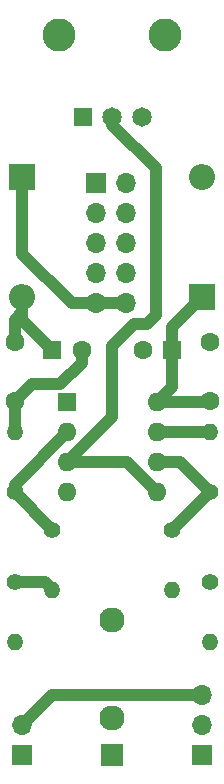
<source format=gbr>
%TF.GenerationSoftware,KiCad,Pcbnew,(5.1.8)-1*%
%TF.CreationDate,2021-01-05T22:27:56+01:00*%
%TF.ProjectId,HeadphoneOutV1,48656164-7068-46f6-9e65-4f757456312e,rev?*%
%TF.SameCoordinates,Original*%
%TF.FileFunction,Copper,L1,Top*%
%TF.FilePolarity,Positive*%
%FSLAX46Y46*%
G04 Gerber Fmt 4.6, Leading zero omitted, Abs format (unit mm)*
G04 Created by KiCad (PCBNEW (5.1.8)-1) date 2021-01-05 22:27:56*
%MOMM*%
%LPD*%
G01*
G04 APERTURE LIST*
%TA.AperFunction,ComponentPad*%
%ADD10O,1.700000X1.700000*%
%TD*%
%TA.AperFunction,ComponentPad*%
%ADD11R,1.700000X1.700000*%
%TD*%
%TA.AperFunction,ComponentPad*%
%ADD12O,1.600000X1.600000*%
%TD*%
%TA.AperFunction,ComponentPad*%
%ADD13R,1.600000X1.600000*%
%TD*%
%TA.AperFunction,ComponentPad*%
%ADD14C,2.794000*%
%TD*%
%TA.AperFunction,ComponentPad*%
%ADD15C,1.650000*%
%TD*%
%TA.AperFunction,ComponentPad*%
%ADD16R,1.650000X1.650000*%
%TD*%
%TA.AperFunction,ComponentPad*%
%ADD17O,1.400000X1.400000*%
%TD*%
%TA.AperFunction,ComponentPad*%
%ADD18C,1.400000*%
%TD*%
%TA.AperFunction,ComponentPad*%
%ADD19C,2.130000*%
%TD*%
%TA.AperFunction,ComponentPad*%
%ADD20R,1.930000X1.830000*%
%TD*%
%TA.AperFunction,ComponentPad*%
%ADD21O,2.200000X2.200000*%
%TD*%
%TA.AperFunction,ComponentPad*%
%ADD22R,2.200000X2.200000*%
%TD*%
%TA.AperFunction,ComponentPad*%
%ADD23C,1.600000*%
%TD*%
%TA.AperFunction,Conductor*%
%ADD24C,1.000000*%
%TD*%
G04 APERTURE END LIST*
D10*
%TO.P,J1,10*%
%TO.N,Net-(D2-Pad1)*%
X36068000Y-66548000D03*
%TO.P,J1,9*%
X33528000Y-66548000D03*
%TO.P,J1,8*%
%TO.N,GND*%
X36068000Y-64008000D03*
%TO.P,J1,7*%
X33528000Y-64008000D03*
%TO.P,J1,6*%
X36068000Y-61468000D03*
%TO.P,J1,5*%
X33528000Y-61468000D03*
%TO.P,J1,4*%
X36068000Y-58928000D03*
%TO.P,J1,3*%
X33528000Y-58928000D03*
%TO.P,J1,2*%
%TO.N,Net-(D1-Pad2)*%
X36068000Y-56388000D03*
D11*
%TO.P,J1,1*%
X33528000Y-56388000D03*
%TD*%
D10*
%TO.P,J4,2*%
%TO.N,Net-(J3-Pad3)*%
X27305000Y-102235000D03*
D11*
%TO.P,J4,1*%
%TO.N,GND*%
X27305000Y-104775000D03*
%TD*%
D10*
%TO.P,J3,3*%
%TO.N,Net-(J3-Pad3)*%
X42545000Y-99695000D03*
%TO.P,J3,2*%
%TO.N,Net-(J3-Pad2)*%
X42545000Y-102235000D03*
D11*
%TO.P,J3,1*%
%TO.N,GND*%
X42545000Y-104775000D03*
%TD*%
D12*
%TO.P,U1,8*%
%TO.N,+12V*%
X38735000Y-74930000D03*
%TO.P,U1,4*%
%TO.N,-12V*%
X31115000Y-82550000D03*
%TO.P,U1,7*%
%TO.N,Net-(R2-Pad1)*%
X38735000Y-77470000D03*
%TO.P,U1,3*%
%TO.N,Net-(RV1-Pad2)*%
X31115000Y-80010000D03*
%TO.P,U1,6*%
%TO.N,Net-(R3-Pad1)*%
X38735000Y-80010000D03*
%TO.P,U1,2*%
%TO.N,Net-(R5-Pad1)*%
X31115000Y-77470000D03*
%TO.P,U1,5*%
%TO.N,Net-(RV1-Pad2)*%
X38735000Y-82550000D03*
D13*
%TO.P,U1,1*%
%TO.N,Net-(R1-Pad1)*%
X31115000Y-74930000D03*
%TD*%
D14*
%TO.P,RV1,CHASSIS1*%
%TO.N,N/C*%
X30425000Y-43815000D03*
%TO.P,RV1,CHASSIS2*%
X39425000Y-43815000D03*
D15*
%TO.P,RV1,3*%
%TO.N,GND*%
X37425000Y-50815000D03*
%TO.P,RV1,2*%
%TO.N,Net-(RV1-Pad2)*%
X34925000Y-50815000D03*
D16*
%TO.P,RV1,1*%
%TO.N,Net-(J2-PadT)*%
X32425000Y-50815000D03*
%TD*%
D17*
%TO.P,R6,2*%
%TO.N,Net-(R1-Pad1)*%
X29845000Y-90805000D03*
D18*
%TO.P,R6,1*%
%TO.N,Net-(R5-Pad1)*%
X29845000Y-85725000D03*
%TD*%
D17*
%TO.P,R5,2*%
%TO.N,GND*%
X26670000Y-77470000D03*
D18*
%TO.P,R5,1*%
%TO.N,Net-(R5-Pad1)*%
X26670000Y-82550000D03*
%TD*%
D17*
%TO.P,R4,2*%
%TO.N,GND*%
X40005000Y-90805000D03*
D18*
%TO.P,R4,1*%
%TO.N,Net-(R3-Pad1)*%
X40005000Y-85725000D03*
%TD*%
D17*
%TO.P,R3,2*%
%TO.N,Net-(R2-Pad1)*%
X43180000Y-77470000D03*
D18*
%TO.P,R3,1*%
%TO.N,Net-(R3-Pad1)*%
X43180000Y-82550000D03*
%TD*%
D17*
%TO.P,R2,2*%
%TO.N,Net-(J3-Pad2)*%
X43180000Y-95250000D03*
D18*
%TO.P,R2,1*%
%TO.N,Net-(R2-Pad1)*%
X43180000Y-90170000D03*
%TD*%
D17*
%TO.P,R1,2*%
%TO.N,Net-(J3-Pad3)*%
X26670000Y-95250000D03*
D18*
%TO.P,R1,1*%
%TO.N,Net-(R1-Pad1)*%
X26670000Y-90170000D03*
%TD*%
D19*
%TO.P,J2,T*%
%TO.N,Net-(J2-PadT)*%
X34925000Y-93375000D03*
D20*
%TO.P,J2,S*%
%TO.N,GND*%
X34925000Y-104775000D03*
D19*
%TO.P,J2,TN*%
%TO.N,Net-(J2-PadT)*%
X34925000Y-101675000D03*
%TD*%
D21*
%TO.P,D2,2*%
%TO.N,-12V*%
X27305000Y-66040000D03*
D22*
%TO.P,D2,1*%
%TO.N,Net-(D2-Pad1)*%
X27305000Y-55880000D03*
%TD*%
D21*
%TO.P,D1,2*%
%TO.N,Net-(D1-Pad2)*%
X42545000Y-55880000D03*
D22*
%TO.P,D1,1*%
%TO.N,+12V*%
X42545000Y-66040000D03*
%TD*%
D23*
%TO.P,C6,2*%
%TO.N,GND*%
X37505000Y-70485000D03*
D13*
%TO.P,C6,1*%
%TO.N,+12V*%
X40005000Y-70485000D03*
%TD*%
D23*
%TO.P,C3,2*%
%TO.N,GND*%
X26670000Y-74850000D03*
%TO.P,C3,1*%
%TO.N,-12V*%
X26670000Y-69850000D03*
%TD*%
%TO.P,C2,2*%
%TO.N,GND*%
X32345000Y-70485000D03*
D13*
%TO.P,C2,1*%
%TO.N,-12V*%
X29845000Y-70485000D03*
%TD*%
D23*
%TO.P,C1,2*%
%TO.N,+12V*%
X43180000Y-74850000D03*
%TO.P,C1,1*%
%TO.N,GND*%
X43180000Y-69850000D03*
%TD*%
D24*
%TO.N,+12V*%
X43100000Y-74930000D02*
X43180000Y-74850000D01*
X38735000Y-74930000D02*
X43100000Y-74930000D01*
X40005000Y-73660000D02*
X38735000Y-74930000D01*
X40005000Y-70485000D02*
X40005000Y-73660000D01*
X40005000Y-68580000D02*
X42545000Y-66040000D01*
X40005000Y-70485000D02*
X40005000Y-68580000D01*
%TO.N,GND*%
X32345000Y-71616370D02*
X32345000Y-70485000D01*
X30531371Y-73429999D02*
X32345000Y-71616370D01*
X28090001Y-73429999D02*
X30531371Y-73429999D01*
X26670000Y-74850000D02*
X28090001Y-73429999D01*
X26670000Y-77470000D02*
X26670000Y-74850000D01*
%TO.N,-12V*%
X27305000Y-67945000D02*
X29845000Y-70485000D01*
X26670000Y-67945000D02*
X27305000Y-67310000D01*
X26670000Y-69850000D02*
X26670000Y-67945000D01*
X27305000Y-67310000D02*
X27305000Y-67945000D01*
X27305000Y-66040000D02*
X27305000Y-67310000D01*
%TO.N,Net-(D2-Pad1)*%
X27305000Y-55880000D02*
X27305000Y-62357000D01*
X31496000Y-66548000D02*
X36068000Y-66548000D01*
X27305000Y-62357000D02*
X31496000Y-66548000D01*
%TO.N,Net-(J3-Pad3)*%
X29845000Y-99695000D02*
X42545000Y-99695000D01*
X27305000Y-102235000D02*
X29845000Y-99695000D01*
%TO.N,Net-(R1-Pad1)*%
X29210000Y-90170000D02*
X29845000Y-90805000D01*
X26670000Y-90170000D02*
X29210000Y-90170000D01*
%TO.N,Net-(R2-Pad1)*%
X38735000Y-77470000D02*
X43180000Y-77470000D01*
%TO.N,Net-(R3-Pad1)*%
X40005000Y-85725000D02*
X43180000Y-82550000D01*
X40640000Y-80010000D02*
X43180000Y-82550000D01*
X38735000Y-80010000D02*
X40640000Y-80010000D01*
%TO.N,Net-(R5-Pad1)*%
X26670000Y-81915000D02*
X31115000Y-77470000D01*
X26670000Y-82550000D02*
X26670000Y-81915000D01*
X29845000Y-85725000D02*
X26670000Y-82550000D01*
%TO.N,Net-(RV1-Pad2)*%
X36195000Y-80010000D02*
X38735000Y-82550000D01*
X31115000Y-80010000D02*
X36195000Y-80010000D01*
X34925000Y-76200000D02*
X31115000Y-80010000D01*
X34925000Y-70164998D02*
X34925000Y-76200000D01*
X34925000Y-50815000D02*
X34925000Y-51225002D01*
X34925000Y-70164998D02*
X36763998Y-68326000D01*
X36763998Y-68326000D02*
X37846000Y-68326000D01*
X37846000Y-68326000D02*
X38608000Y-67564000D01*
X38608000Y-67564000D02*
X38608000Y-55118000D01*
X34925000Y-51435000D02*
X34925000Y-50815000D01*
X38608000Y-55118000D02*
X34925000Y-51435000D01*
%TD*%
M02*

</source>
